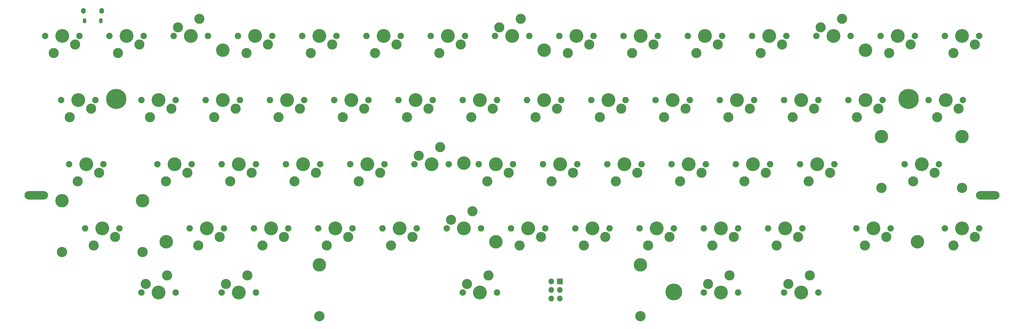
<source format=gbr>
%TF.GenerationSoftware,KiCad,Pcbnew,(5.1.9)-1*%
%TF.CreationDate,2021-04-22T03:27:36+09:00*%
%TF.ProjectId,yuiop60hh4,7975696f-7036-4306-9868-342e6b696361,4*%
%TF.SameCoordinates,Original*%
%TF.FileFunction,Soldermask,Top*%
%TF.FilePolarity,Negative*%
%FSLAX46Y46*%
G04 Gerber Fmt 4.6, Leading zero omitted, Abs format (unit mm)*
G04 Created by KiCad (PCBNEW (5.1.9)-1) date 2021-04-22 03:27:36*
%MOMM*%
%LPD*%
G01*
G04 APERTURE LIST*
%ADD10O,1.350000X1.700000*%
%ADD11O,1.100000X1.500000*%
%ADD12C,1.900000*%
%ADD13C,4.100000*%
%ADD14C,3.000000*%
%ADD15C,4.000000*%
%ADD16O,7.000000X2.500000*%
%ADD17C,5.000000*%
%ADD18C,6.000000*%
%ADD19C,3.048000*%
%ADD20C,3.987800*%
%ADD21R,1.700000X1.700000*%
%ADD22O,1.700000X1.700000*%
G04 APERTURE END LIST*
D10*
%TO.C,J1*%
X90905000Y-101720000D03*
X85445000Y-101720000D03*
D11*
X90595000Y-104720000D03*
X85755000Y-104720000D03*
%TD*%
D12*
%TO.C,KSW60*%
X293145000Y-185410000D03*
X303305000Y-185410000D03*
D13*
X298225000Y-185410000D03*
D14*
X300765000Y-180330000D03*
X294415000Y-182870000D03*
%TD*%
D12*
%TO.C,KSW59*%
X269333000Y-185410000D03*
X279493000Y-185410000D03*
D13*
X274413000Y-185410000D03*
D14*
X276953000Y-180330000D03*
X270603000Y-182870000D03*
%TD*%
D12*
%TO.C,KSW58*%
X197895000Y-185410000D03*
X208055000Y-185410000D03*
D13*
X202975000Y-185410000D03*
D14*
X205515000Y-180330000D03*
X199165000Y-182870000D03*
%TD*%
D12*
%TO.C,KSW57*%
X126457000Y-185410000D03*
X136617000Y-185410000D03*
D13*
X131537000Y-185410000D03*
D14*
X134077000Y-180330000D03*
X127727000Y-182870000D03*
%TD*%
D12*
%TO.C,KSW56*%
X102645000Y-185410000D03*
X112805000Y-185410000D03*
D13*
X107725000Y-185410000D03*
D14*
X110265000Y-180330000D03*
X103915000Y-182870000D03*
%TD*%
D12*
%TO.C,KSW55*%
X350930000Y-166360000D03*
X340770000Y-166360000D03*
D13*
X345850000Y-166360000D03*
D14*
X343310000Y-171440000D03*
X349660000Y-168900000D03*
%TD*%
D12*
%TO.C,KSW54*%
X324736000Y-166360000D03*
X314576000Y-166360000D03*
D13*
X319656000Y-166360000D03*
D14*
X317116000Y-171440000D03*
X323466000Y-168900000D03*
%TD*%
D12*
%TO.C,KSW53*%
X298543000Y-166360000D03*
X288383000Y-166360000D03*
D13*
X293463000Y-166360000D03*
D14*
X290923000Y-171440000D03*
X297273000Y-168900000D03*
%TD*%
D12*
%TO.C,KSW52*%
X279493000Y-166360000D03*
X269333000Y-166360000D03*
D13*
X274413000Y-166360000D03*
D14*
X271873000Y-171440000D03*
X278223000Y-168900000D03*
%TD*%
D12*
%TO.C,KSW51*%
X260443000Y-166360000D03*
X250283000Y-166360000D03*
D13*
X255363000Y-166360000D03*
D14*
X252823000Y-171440000D03*
X259173000Y-168900000D03*
%TD*%
D12*
%TO.C,KSW50*%
X241393000Y-166360000D03*
X231233000Y-166360000D03*
D13*
X236313000Y-166360000D03*
D14*
X233773000Y-171440000D03*
X240123000Y-168900000D03*
%TD*%
D12*
%TO.C,KSW49*%
X222343000Y-166360000D03*
X212183000Y-166360000D03*
D13*
X217263000Y-166360000D03*
D14*
X214723000Y-171440000D03*
X221073000Y-168900000D03*
%TD*%
D12*
%TO.C,KSW48*%
X193133000Y-166360000D03*
X203293000Y-166360000D03*
D13*
X198213000Y-166360000D03*
D14*
X200753000Y-161280000D03*
X194403000Y-163820000D03*
%TD*%
D12*
%TO.C,KSW47*%
X184243000Y-166360000D03*
X174083000Y-166360000D03*
D13*
X179163000Y-166360000D03*
D14*
X176623000Y-171440000D03*
X182973000Y-168900000D03*
%TD*%
D12*
%TO.C,KSW46*%
X165193000Y-166360000D03*
X155033000Y-166360000D03*
D13*
X160113000Y-166360000D03*
D14*
X157573000Y-171440000D03*
X163923000Y-168900000D03*
%TD*%
D12*
%TO.C,KSW45*%
X146143000Y-166360000D03*
X135983000Y-166360000D03*
D13*
X141063000Y-166360000D03*
D14*
X138523000Y-171440000D03*
X144873000Y-168900000D03*
%TD*%
D12*
%TO.C,KSW44*%
X127093000Y-166360000D03*
X116933000Y-166360000D03*
D13*
X122013000Y-166360000D03*
D14*
X119473000Y-171440000D03*
X125823000Y-168900000D03*
%TD*%
D12*
%TO.C,KSW43*%
X96136200Y-166360000D03*
X85976200Y-166360000D03*
D13*
X91056200Y-166360000D03*
D14*
X88516200Y-171440000D03*
X94866200Y-168900000D03*
%TD*%
D12*
%TO.C,KSW42*%
X339024000Y-147310000D03*
X328864000Y-147310000D03*
D13*
X333944000Y-147310000D03*
D14*
X331404000Y-152390000D03*
X337754000Y-149850000D03*
%TD*%
D12*
%TO.C,KSW41*%
X308067000Y-147310000D03*
X297907000Y-147310000D03*
D13*
X302987000Y-147310000D03*
D14*
X300447000Y-152390000D03*
X306797000Y-149850000D03*
%TD*%
D12*
%TO.C,KSW40*%
X289017000Y-147310000D03*
X278857000Y-147310000D03*
D13*
X283937000Y-147310000D03*
D14*
X281397000Y-152390000D03*
X287747000Y-149850000D03*
%TD*%
D12*
%TO.C,KSW39*%
X269967000Y-147310000D03*
X259807000Y-147310000D03*
D13*
X264887000Y-147310000D03*
D14*
X262347000Y-152390000D03*
X268697000Y-149850000D03*
%TD*%
D12*
%TO.C,KSW38*%
X250917000Y-147310000D03*
X240757000Y-147310000D03*
D13*
X245837000Y-147310000D03*
D14*
X243297000Y-152390000D03*
X249647000Y-149850000D03*
%TD*%
D12*
%TO.C,KSW37*%
X231867000Y-147310000D03*
X221707000Y-147310000D03*
D13*
X226787000Y-147310000D03*
D14*
X224247000Y-152390000D03*
X230597000Y-149850000D03*
%TD*%
D12*
%TO.C,KSW36*%
X212817000Y-147310000D03*
X202657000Y-147310000D03*
D13*
X207737000Y-147310000D03*
D14*
X205197000Y-152390000D03*
X211547000Y-149850000D03*
%TD*%
D12*
%TO.C,KSW35*%
X183607000Y-147310000D03*
X193767000Y-147310000D03*
D13*
X188687000Y-147310000D03*
D14*
X191227000Y-142230000D03*
X184877000Y-144770000D03*
%TD*%
D12*
%TO.C,KSW34*%
X174717000Y-147310000D03*
X164557000Y-147310000D03*
D13*
X169637000Y-147310000D03*
D14*
X167097000Y-152390000D03*
X173447000Y-149850000D03*
%TD*%
D12*
%TO.C,KSW33*%
X155667000Y-147310000D03*
X145507000Y-147310000D03*
D13*
X150587000Y-147310000D03*
D14*
X148047000Y-152390000D03*
X154397000Y-149850000D03*
%TD*%
D12*
%TO.C,KSW32*%
X136617000Y-147310000D03*
X126457000Y-147310000D03*
D13*
X131537000Y-147310000D03*
D14*
X128997000Y-152390000D03*
X135347000Y-149850000D03*
%TD*%
D12*
%TO.C,KSW31*%
X117567000Y-147310000D03*
X107407000Y-147310000D03*
D13*
X112487000Y-147310000D03*
D14*
X109947000Y-152390000D03*
X116297000Y-149850000D03*
%TD*%
D12*
%TO.C,KSW30*%
X91373800Y-147310000D03*
X81213800Y-147310000D03*
D13*
X86293800Y-147310000D03*
D14*
X83753800Y-152390000D03*
X90103800Y-149850000D03*
%TD*%
D12*
%TO.C,KSW29*%
X346167000Y-128260000D03*
X336007000Y-128260000D03*
D13*
X341087000Y-128260000D03*
D14*
X338547000Y-133340000D03*
X344897000Y-130800000D03*
%TD*%
D12*
%TO.C,KSW28*%
X322355000Y-128260000D03*
X312195000Y-128260000D03*
D13*
X317275000Y-128260000D03*
D14*
X314735000Y-133340000D03*
X321085000Y-130800000D03*
%TD*%
D12*
%TO.C,KSW27*%
X303305000Y-128260000D03*
X293145000Y-128260000D03*
D13*
X298225000Y-128260000D03*
D14*
X295685000Y-133340000D03*
X302035000Y-130800000D03*
%TD*%
D12*
%TO.C,KSW26*%
X284255000Y-128260000D03*
X274095000Y-128260000D03*
D13*
X279175000Y-128260000D03*
D14*
X276635000Y-133340000D03*
X282985000Y-130800000D03*
%TD*%
D12*
%TO.C,KSW25*%
X265205000Y-128260000D03*
X255045000Y-128260000D03*
D13*
X260125000Y-128260000D03*
D14*
X257585000Y-133340000D03*
X263935000Y-130800000D03*
%TD*%
D12*
%TO.C,KSW24*%
X246155000Y-128260000D03*
X235995000Y-128260000D03*
D13*
X241075000Y-128260000D03*
D14*
X238535000Y-133340000D03*
X244885000Y-130800000D03*
%TD*%
D12*
%TO.C,KSW23*%
X227105000Y-128260000D03*
X216945000Y-128260000D03*
D13*
X222025000Y-128260000D03*
D14*
X219485000Y-133340000D03*
X225835000Y-130800000D03*
%TD*%
D12*
%TO.C,KSW22*%
X208055000Y-128260000D03*
X197895000Y-128260000D03*
D13*
X202975000Y-128260000D03*
D14*
X200435000Y-133340000D03*
X206785000Y-130800000D03*
%TD*%
D12*
%TO.C,KSW21*%
X189005000Y-128260000D03*
X178845000Y-128260000D03*
D13*
X183925000Y-128260000D03*
D14*
X181385000Y-133340000D03*
X187735000Y-130800000D03*
%TD*%
D12*
%TO.C,KSW20*%
X169955000Y-128260000D03*
X159795000Y-128260000D03*
D13*
X164875000Y-128260000D03*
D14*
X162335000Y-133340000D03*
X168685000Y-130800000D03*
%TD*%
D12*
%TO.C,KSW19*%
X150905000Y-128260000D03*
X140745000Y-128260000D03*
D13*
X145825000Y-128260000D03*
D14*
X143285000Y-133340000D03*
X149635000Y-130800000D03*
%TD*%
D12*
%TO.C,KSW18*%
X131855000Y-128260000D03*
X121695000Y-128260000D03*
D13*
X126775000Y-128260000D03*
D14*
X124235000Y-133340000D03*
X130585000Y-130800000D03*
%TD*%
D12*
%TO.C,KSW17*%
X112805000Y-128260000D03*
X102645000Y-128260000D03*
D13*
X107725000Y-128260000D03*
D14*
X105185000Y-133340000D03*
X111535000Y-130800000D03*
%TD*%
D12*
%TO.C,KSW16*%
X88992500Y-128260000D03*
X78832500Y-128260000D03*
D13*
X83912500Y-128260000D03*
D14*
X81372500Y-133340000D03*
X87722500Y-130800000D03*
%TD*%
D12*
%TO.C,KSW15*%
X350930000Y-109210000D03*
X340770000Y-109210000D03*
D13*
X345850000Y-109210000D03*
D14*
X343310000Y-114290000D03*
X349660000Y-111750000D03*
%TD*%
D12*
%TO.C,KSW14*%
X331880000Y-109210000D03*
X321720000Y-109210000D03*
D13*
X326800000Y-109210000D03*
D14*
X324260000Y-114290000D03*
X330610000Y-111750000D03*
%TD*%
D12*
%TO.C,KSW13*%
X302670000Y-109210000D03*
X312830000Y-109210000D03*
D13*
X307750000Y-109210000D03*
D14*
X310290000Y-104130000D03*
X303940000Y-106670000D03*
%TD*%
D12*
%TO.C,KSW12*%
X293780000Y-109210000D03*
X283620000Y-109210000D03*
D13*
X288700000Y-109210000D03*
D14*
X286160000Y-114290000D03*
X292510000Y-111750000D03*
%TD*%
D12*
%TO.C,KSW11*%
X274730000Y-109210000D03*
X264570000Y-109210000D03*
D13*
X269650000Y-109210000D03*
D14*
X267110000Y-114290000D03*
X273460000Y-111750000D03*
%TD*%
D12*
%TO.C,KSW10*%
X255680000Y-109210000D03*
X245520000Y-109210000D03*
D13*
X250600000Y-109210000D03*
D14*
X248060000Y-114290000D03*
X254410000Y-111750000D03*
%TD*%
D12*
%TO.C,KSW9*%
X236630000Y-109210000D03*
X226470000Y-109210000D03*
D13*
X231550000Y-109210000D03*
D14*
X229010000Y-114290000D03*
X235360000Y-111750000D03*
%TD*%
D12*
%TO.C,KSW8*%
X207420000Y-109210000D03*
X217580000Y-109210000D03*
D13*
X212500000Y-109210000D03*
D14*
X215040000Y-104130000D03*
X208690000Y-106670000D03*
%TD*%
D12*
%TO.C,KSW7*%
X198530000Y-109210000D03*
X188370000Y-109210000D03*
D13*
X193450000Y-109210000D03*
D14*
X190910000Y-114290000D03*
X197260000Y-111750000D03*
%TD*%
D12*
%TO.C,KSW6*%
X179480000Y-109210000D03*
X169320000Y-109210000D03*
D13*
X174400000Y-109210000D03*
D14*
X171860000Y-114290000D03*
X178210000Y-111750000D03*
%TD*%
D12*
%TO.C,KSW5*%
X160430000Y-109210000D03*
X150270000Y-109210000D03*
D13*
X155350000Y-109210000D03*
D14*
X152810000Y-114290000D03*
X159160000Y-111750000D03*
%TD*%
D12*
%TO.C,KSW4*%
X141380000Y-109210000D03*
X131220000Y-109210000D03*
D13*
X136300000Y-109210000D03*
D14*
X133760000Y-114290000D03*
X140110000Y-111750000D03*
%TD*%
D12*
%TO.C,KSW3*%
X112170000Y-109210000D03*
X122330000Y-109210000D03*
D13*
X117250000Y-109210000D03*
D14*
X119790000Y-104130000D03*
X113440000Y-106670000D03*
%TD*%
D12*
%TO.C,KSW2*%
X103280000Y-109210000D03*
X93120000Y-109210000D03*
D13*
X98200000Y-109210000D03*
D14*
X95660000Y-114290000D03*
X102010000Y-111750000D03*
%TD*%
D12*
%TO.C,KSW1*%
X84230000Y-109210000D03*
X74070000Y-109210000D03*
D13*
X79150000Y-109210000D03*
D14*
X76610000Y-114290000D03*
X82960000Y-111750000D03*
%TD*%
D15*
%TO.C,HOLE12*%
X207738000Y-170300000D03*
%TD*%
%TO.C,HOLE11*%
X222025000Y-113400000D03*
%TD*%
%TO.C,HOLE10*%
X332650000Y-170300000D03*
%TD*%
%TO.C,HOLE9*%
X317275000Y-113400000D03*
%TD*%
%TO.C,HOLE8*%
X110000000Y-170300000D03*
%TD*%
%TO.C,HOLE7*%
X126775000Y-113400000D03*
%TD*%
D16*
%TO.C,HOLE6*%
X353540000Y-156500000D03*
%TD*%
%TO.C,HOLE5*%
X71460000Y-156500000D03*
%TD*%
D17*
%TO.C,HOLE4*%
X260500000Y-185200000D03*
%TD*%
D15*
%TO.C,HOLE3*%
X198200000Y-147000000D03*
%TD*%
D18*
%TO.C,HOLE2*%
X330050000Y-127910000D03*
%TD*%
%TO.C,HOLE1*%
X95200000Y-127900000D03*
%TD*%
D19*
%TO.C,STB2*%
X155412000Y-192395000D03*
D20*
X155412000Y-177155000D03*
X250538000Y-177155000D03*
D19*
X250538000Y-192395000D03*
%TD*%
%TO.C,STB3*%
X322006000Y-154295000D03*
D20*
X322006000Y-139055000D03*
X345882000Y-139055000D03*
D19*
X345882000Y-154295000D03*
%TD*%
%TO.C,STB1*%
X79117700Y-173345000D03*
D20*
X79117700Y-158105000D03*
X102993700Y-158105000D03*
D19*
X102993700Y-173345000D03*
%TD*%
D21*
%TO.C,J2*%
X226701000Y-182140000D03*
D22*
X224161000Y-182140000D03*
X226701000Y-184680000D03*
X224161000Y-184680000D03*
X226701000Y-187220000D03*
X224161000Y-187220000D03*
%TD*%
M02*

</source>
